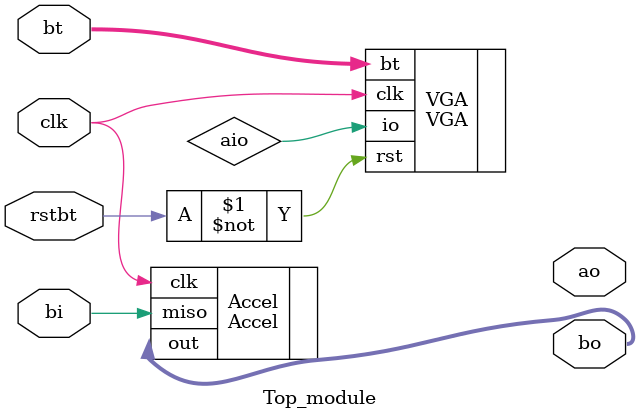
<source format=v>
`timescale 1ns / 1ps
module Top_module(
	input clk,
	input rstbt,
	input [2:0] bt,
	output [8:0] ao,
	output [6:0] bo,
	input bi
    );
	 
	 VGA VGA(.clk(clk), .rst(~rstbt), .bt(bt), .io(aio));
	 Accel Accel(.clk(clk), .miso(bi), .out(bo));


endmodule

</source>
